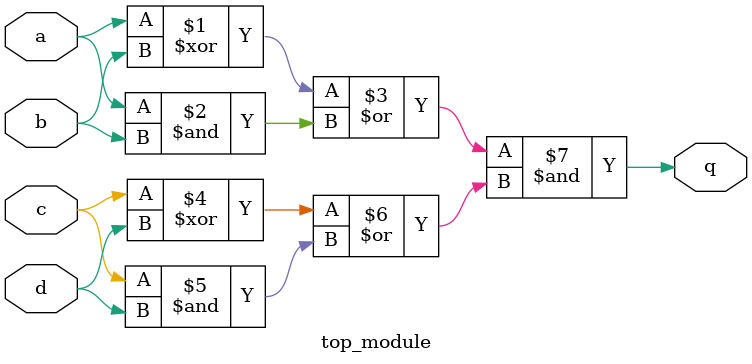
<source format=v>
module top_module (
    input a,
    input b,
    input c,
    input d,
    output q );//

    assign q = ((a^b)|(a&b)) & ((c^d)|(c&d)); // Fix me

endmodule

</source>
